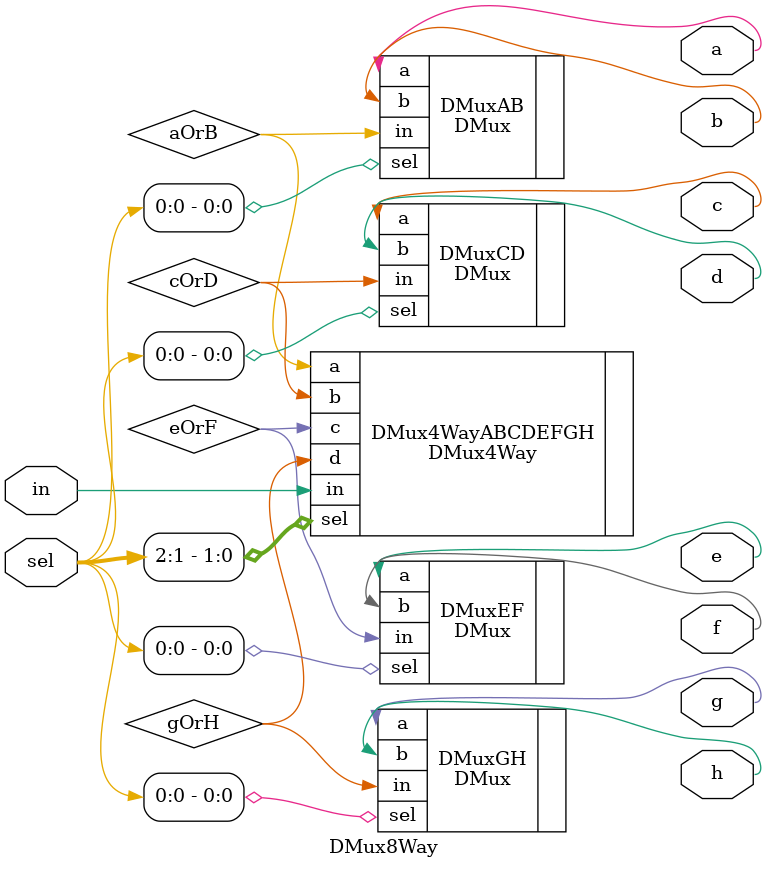
<source format=v>
/**
 * 8-way demultiplexer:
 * {a, b, c, d, e, f, g, h} = {in, 0, 0, 0, 0, 0, 0, 0} if sel == 000
 *                            {0, in, 0, 0, 0, 0, 0, 0} if sel == 001
 *                            etc.
 *                            {0, 0, 0, 0, 0, 0, 0, in} if sel == 111
 */

module DMux8Way(
    input wire in,
    input wire [2:0] sel,
    output wire a,
    output wire b,
    output wire c,
    output wire d,
    output wire e,
    output wire f,
    output wire g,
    output wire h
  );

  // Translation of DMux8Way.hdl
  wire aOrB;
  wire cOrD;
  wire eOrF;
  wire gOrH;

  DMux4Way DMux4WayABCDEFGH(.in(in), .sel(sel[2:1]), .a(aOrB), .b(cOrD), .c(eOrF), .d(gOrH));
  DMux DMuxAB(.in(aOrB), .sel(sel[0]), .a(a), .b(b));
  DMux DMuxCD(.in(cOrD), .sel(sel[0]), .a(c), .b(d));
  DMux DMuxEF(.in(eOrF), .sel(sel[0]), .a(e), .b(f));
  DMux DMuxGH(.in(gOrH), .sel(sel[0]), .a(g), .b(h));

endmodule

</source>
